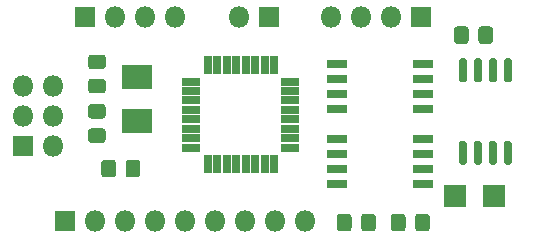
<source format=gts>
%TF.GenerationSoftware,KiCad,Pcbnew,(5.1.6-0-10_14)*%
%TF.CreationDate,2020-11-29T14:34:25+01:00*%
%TF.ProjectId,ArduinoClone,41726475-696e-46f4-936c-6f6e652e6b69,v1.0*%
%TF.SameCoordinates,Original*%
%TF.FileFunction,Soldermask,Top*%
%TF.FilePolarity,Negative*%
%FSLAX46Y46*%
G04 Gerber Fmt 4.6, Leading zero omitted, Abs format (unit mm)*
G04 Created by KiCad (PCBNEW (5.1.6-0-10_14)) date 2020-11-29 14:34:25*
%MOMM*%
%LPD*%
G01*
G04 APERTURE LIST*
%ADD10O,1.800000X1.800000*%
%ADD11R,1.800000X1.800000*%
%ADD12R,1.800000X0.750000*%
%ADD13R,0.650000X1.600000*%
%ADD14R,1.600000X0.650000*%
%ADD15R,1.850000X1.900000*%
%ADD16R,2.500000X2.100000*%
G04 APERTURE END LIST*
D10*
%TO.C,BT1*%
X112141000Y-128778000D03*
D11*
X114681000Y-128778000D03*
%TD*%
%TO.C,C1*%
G36*
G01*
X99597738Y-131945000D02*
X100554262Y-131945000D01*
G75*
G02*
X100826000Y-132216738I0J-271738D01*
G01*
X100826000Y-132923262D01*
G75*
G02*
X100554262Y-133195000I-271738J0D01*
G01*
X99597738Y-133195000D01*
G75*
G02*
X99326000Y-132923262I0J271738D01*
G01*
X99326000Y-132216738D01*
G75*
G02*
X99597738Y-131945000I271738J0D01*
G01*
G37*
G36*
G01*
X99597738Y-133995000D02*
X100554262Y-133995000D01*
G75*
G02*
X100826000Y-134266738I0J-271738D01*
G01*
X100826000Y-134973262D01*
G75*
G02*
X100554262Y-135245000I-271738J0D01*
G01*
X99597738Y-135245000D01*
G75*
G02*
X99326000Y-134973262I0J271738D01*
G01*
X99326000Y-134266738D01*
G75*
G02*
X99597738Y-133995000I271738J0D01*
G01*
G37*
%TD*%
%TO.C,C2*%
G36*
G01*
X100554262Y-137386000D02*
X99597738Y-137386000D01*
G75*
G02*
X99326000Y-137114262I0J271738D01*
G01*
X99326000Y-136407738D01*
G75*
G02*
X99597738Y-136136000I271738J0D01*
G01*
X100554262Y-136136000D01*
G75*
G02*
X100826000Y-136407738I0J-271738D01*
G01*
X100826000Y-137114262D01*
G75*
G02*
X100554262Y-137386000I-271738J0D01*
G01*
G37*
G36*
G01*
X100554262Y-139436000D02*
X99597738Y-139436000D01*
G75*
G02*
X99326000Y-139164262I0J271738D01*
G01*
X99326000Y-138457738D01*
G75*
G02*
X99597738Y-138186000I271738J0D01*
G01*
X100554262Y-138186000D01*
G75*
G02*
X100826000Y-138457738I0J-271738D01*
G01*
X100826000Y-139164262D01*
G75*
G02*
X100554262Y-139436000I-271738J0D01*
G01*
G37*
%TD*%
%TO.C,C3*%
G36*
G01*
X131562000Y-129823738D02*
X131562000Y-130780262D01*
G75*
G02*
X131290262Y-131052000I-271738J0D01*
G01*
X130583738Y-131052000D01*
G75*
G02*
X130312000Y-130780262I0J271738D01*
G01*
X130312000Y-129823738D01*
G75*
G02*
X130583738Y-129552000I271738J0D01*
G01*
X131290262Y-129552000D01*
G75*
G02*
X131562000Y-129823738I0J-271738D01*
G01*
G37*
G36*
G01*
X133612000Y-129823738D02*
X133612000Y-130780262D01*
G75*
G02*
X133340262Y-131052000I-271738J0D01*
G01*
X132633738Y-131052000D01*
G75*
G02*
X132362000Y-130780262I0J271738D01*
G01*
X132362000Y-129823738D01*
G75*
G02*
X132633738Y-129552000I271738J0D01*
G01*
X133340262Y-129552000D01*
G75*
G02*
X133612000Y-129823738I0J-271738D01*
G01*
G37*
%TD*%
%TO.C,D1*%
G36*
G01*
X123688000Y-145698738D02*
X123688000Y-146655262D01*
G75*
G02*
X123416262Y-146927000I-271738J0D01*
G01*
X122709738Y-146927000D01*
G75*
G02*
X122438000Y-146655262I0J271738D01*
G01*
X122438000Y-145698738D01*
G75*
G02*
X122709738Y-145427000I271738J0D01*
G01*
X123416262Y-145427000D01*
G75*
G02*
X123688000Y-145698738I0J-271738D01*
G01*
G37*
G36*
G01*
X121638000Y-145698738D02*
X121638000Y-146655262D01*
G75*
G02*
X121366262Y-146927000I-271738J0D01*
G01*
X120659738Y-146927000D01*
G75*
G02*
X120388000Y-146655262I0J271738D01*
G01*
X120388000Y-145698738D01*
G75*
G02*
X120659738Y-145427000I271738J0D01*
G01*
X121366262Y-145427000D01*
G75*
G02*
X121638000Y-145698738I0J-271738D01*
G01*
G37*
%TD*%
%TO.C,J1*%
X97409000Y-146050000D03*
D10*
X99949000Y-146050000D03*
X102489000Y-146050000D03*
X105029000Y-146050000D03*
X107569000Y-146050000D03*
X110109000Y-146050000D03*
X112649000Y-146050000D03*
X115189000Y-146050000D03*
X117729000Y-146050000D03*
%TD*%
D11*
%TO.C,J2*%
X99060000Y-128728000D03*
D10*
X101600000Y-128728000D03*
X104140000Y-128728000D03*
X106680000Y-128728000D03*
%TD*%
%TO.C,J3*%
X119888000Y-128778000D03*
X122428000Y-128778000D03*
X124968000Y-128778000D03*
D11*
X127508000Y-128778000D03*
%TD*%
%TO.C,J4*%
X93853000Y-139700000D03*
D10*
X96393000Y-139700000D03*
X93853000Y-137160000D03*
X96393000Y-137160000D03*
X93853000Y-134620000D03*
X96393000Y-134620000D03*
%TD*%
%TO.C,R1*%
G36*
G01*
X124960000Y-146655262D02*
X124960000Y-145698738D01*
G75*
G02*
X125231738Y-145427000I271738J0D01*
G01*
X125938262Y-145427000D01*
G75*
G02*
X126210000Y-145698738I0J-271738D01*
G01*
X126210000Y-146655262D01*
G75*
G02*
X125938262Y-146927000I-271738J0D01*
G01*
X125231738Y-146927000D01*
G75*
G02*
X124960000Y-146655262I0J271738D01*
G01*
G37*
G36*
G01*
X127010000Y-146655262D02*
X127010000Y-145698738D01*
G75*
G02*
X127281738Y-145427000I271738J0D01*
G01*
X127988262Y-145427000D01*
G75*
G02*
X128260000Y-145698738I0J-271738D01*
G01*
X128260000Y-146655262D01*
G75*
G02*
X127988262Y-146927000I-271738J0D01*
G01*
X127281738Y-146927000D01*
G75*
G02*
X127010000Y-146655262I0J271738D01*
G01*
G37*
%TD*%
%TO.C,R2*%
G36*
G01*
X102499000Y-142083262D02*
X102499000Y-141126738D01*
G75*
G02*
X102770738Y-140855000I271738J0D01*
G01*
X103477262Y-140855000D01*
G75*
G02*
X103749000Y-141126738I0J-271738D01*
G01*
X103749000Y-142083262D01*
G75*
G02*
X103477262Y-142355000I-271738J0D01*
G01*
X102770738Y-142355000D01*
G75*
G02*
X102499000Y-142083262I0J271738D01*
G01*
G37*
G36*
G01*
X100449000Y-142083262D02*
X100449000Y-141126738D01*
G75*
G02*
X100720738Y-140855000I271738J0D01*
G01*
X101427262Y-140855000D01*
G75*
G02*
X101699000Y-141126738I0J-271738D01*
G01*
X101699000Y-142083262D01*
G75*
G02*
X101427262Y-142355000I-271738J0D01*
G01*
X100720738Y-142355000D01*
G75*
G02*
X100449000Y-142083262I0J271738D01*
G01*
G37*
%TD*%
D12*
%TO.C,U1*%
X120429000Y-142875000D03*
X120429000Y-141605000D03*
X120429000Y-140335000D03*
X120429000Y-139065000D03*
X127729000Y-139065000D03*
X127729000Y-140335000D03*
X127729000Y-141605000D03*
X127729000Y-142875000D03*
%TD*%
%TO.C,U2*%
X127729000Y-136525000D03*
X127729000Y-135255000D03*
X127729000Y-133985000D03*
X127729000Y-132715000D03*
X120429000Y-132715000D03*
X120429000Y-133985000D03*
X120429000Y-135255000D03*
X120429000Y-136525000D03*
%TD*%
%TO.C,U3*%
G36*
G01*
X131239000Y-141279000D02*
X130889000Y-141279000D01*
G75*
G02*
X130714000Y-141104000I0J175000D01*
G01*
X130714000Y-139454000D01*
G75*
G02*
X130889000Y-139279000I175000J0D01*
G01*
X131239000Y-139279000D01*
G75*
G02*
X131414000Y-139454000I0J-175000D01*
G01*
X131414000Y-141104000D01*
G75*
G02*
X131239000Y-141279000I-175000J0D01*
G01*
G37*
G36*
G01*
X132509000Y-141279000D02*
X132159000Y-141279000D01*
G75*
G02*
X131984000Y-141104000I0J175000D01*
G01*
X131984000Y-139454000D01*
G75*
G02*
X132159000Y-139279000I175000J0D01*
G01*
X132509000Y-139279000D01*
G75*
G02*
X132684000Y-139454000I0J-175000D01*
G01*
X132684000Y-141104000D01*
G75*
G02*
X132509000Y-141279000I-175000J0D01*
G01*
G37*
G36*
G01*
X133779000Y-141279000D02*
X133429000Y-141279000D01*
G75*
G02*
X133254000Y-141104000I0J175000D01*
G01*
X133254000Y-139454000D01*
G75*
G02*
X133429000Y-139279000I175000J0D01*
G01*
X133779000Y-139279000D01*
G75*
G02*
X133954000Y-139454000I0J-175000D01*
G01*
X133954000Y-141104000D01*
G75*
G02*
X133779000Y-141279000I-175000J0D01*
G01*
G37*
G36*
G01*
X135049000Y-141279000D02*
X134699000Y-141279000D01*
G75*
G02*
X134524000Y-141104000I0J175000D01*
G01*
X134524000Y-139454000D01*
G75*
G02*
X134699000Y-139279000I175000J0D01*
G01*
X135049000Y-139279000D01*
G75*
G02*
X135224000Y-139454000I0J-175000D01*
G01*
X135224000Y-141104000D01*
G75*
G02*
X135049000Y-141279000I-175000J0D01*
G01*
G37*
G36*
G01*
X135049000Y-134279000D02*
X134699000Y-134279000D01*
G75*
G02*
X134524000Y-134104000I0J175000D01*
G01*
X134524000Y-132454000D01*
G75*
G02*
X134699000Y-132279000I175000J0D01*
G01*
X135049000Y-132279000D01*
G75*
G02*
X135224000Y-132454000I0J-175000D01*
G01*
X135224000Y-134104000D01*
G75*
G02*
X135049000Y-134279000I-175000J0D01*
G01*
G37*
G36*
G01*
X133779000Y-134279000D02*
X133429000Y-134279000D01*
G75*
G02*
X133254000Y-134104000I0J175000D01*
G01*
X133254000Y-132454000D01*
G75*
G02*
X133429000Y-132279000I175000J0D01*
G01*
X133779000Y-132279000D01*
G75*
G02*
X133954000Y-132454000I0J-175000D01*
G01*
X133954000Y-134104000D01*
G75*
G02*
X133779000Y-134279000I-175000J0D01*
G01*
G37*
G36*
G01*
X132509000Y-134279000D02*
X132159000Y-134279000D01*
G75*
G02*
X131984000Y-134104000I0J175000D01*
G01*
X131984000Y-132454000D01*
G75*
G02*
X132159000Y-132279000I175000J0D01*
G01*
X132509000Y-132279000D01*
G75*
G02*
X132684000Y-132454000I0J-175000D01*
G01*
X132684000Y-134104000D01*
G75*
G02*
X132509000Y-134279000I-175000J0D01*
G01*
G37*
G36*
G01*
X131239000Y-134279000D02*
X130889000Y-134279000D01*
G75*
G02*
X130714000Y-134104000I0J175000D01*
G01*
X130714000Y-132454000D01*
G75*
G02*
X130889000Y-132279000I175000J0D01*
G01*
X131239000Y-132279000D01*
G75*
G02*
X131414000Y-132454000I0J-175000D01*
G01*
X131414000Y-134104000D01*
G75*
G02*
X131239000Y-134279000I-175000J0D01*
G01*
G37*
%TD*%
D13*
%TO.C,U4*%
X109468000Y-141233000D03*
D14*
X108068000Y-134233000D03*
X108068000Y-135033000D03*
X108068000Y-135833000D03*
X108068000Y-136633000D03*
X108068000Y-137433000D03*
X108068000Y-138233000D03*
X108068000Y-139033000D03*
X108068000Y-139833000D03*
D13*
X110268000Y-141233000D03*
X111068000Y-141233000D03*
X111868000Y-141233000D03*
X112668000Y-141233000D03*
X113468000Y-141233000D03*
X114268000Y-141233000D03*
X115068000Y-141233000D03*
D14*
X116468000Y-139833000D03*
X116468000Y-139033000D03*
X116468000Y-138233000D03*
X116468000Y-137433000D03*
X116468000Y-136633000D03*
X116468000Y-135833000D03*
X116468000Y-135033000D03*
X116468000Y-134233000D03*
D13*
X115068000Y-132833000D03*
X114268000Y-132833000D03*
X113468000Y-132833000D03*
X112668000Y-132833000D03*
X111868000Y-132833000D03*
X111068000Y-132833000D03*
X110268000Y-132833000D03*
X109468000Y-132833000D03*
%TD*%
D15*
%TO.C,Y1*%
X133679000Y-143891000D03*
X130429000Y-143891000D03*
%TD*%
D16*
%TO.C,Y2*%
X103505000Y-133841000D03*
X103505000Y-137541000D03*
%TD*%
M02*

</source>
